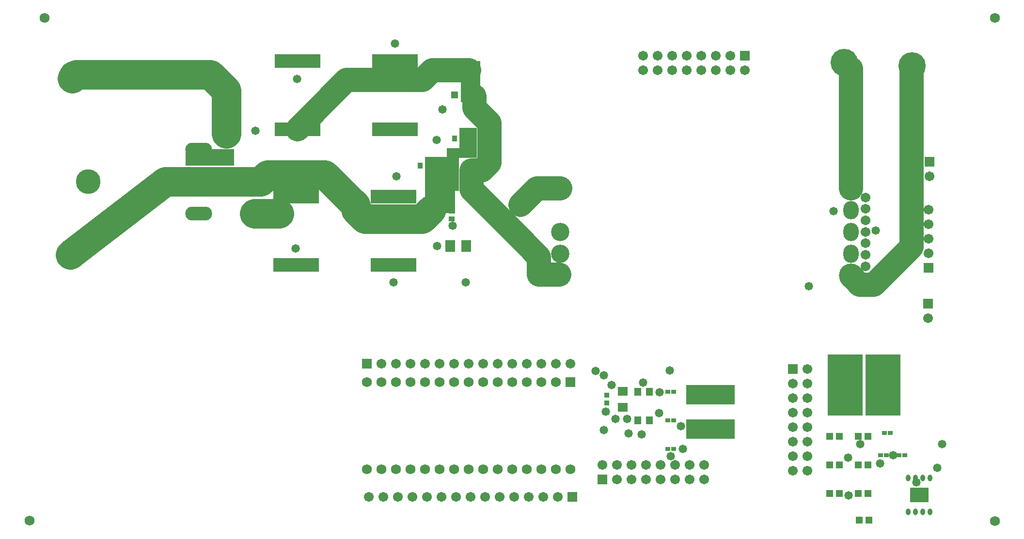
<source format=gts>
G04 Layer_Color=8388736*
%FSLAX25Y25*%
%MOIN*%
G70*
G01*
G75*
%ADD83R,0.07099X0.06312*%
%ADD84R,0.04800X0.05800*%
%ADD85R,0.31312X0.09461*%
%ADD86R,0.05131X0.04737*%
%ADD87R,0.03556X0.04343*%
%ADD88R,0.07099X0.07887*%
%ADD89R,0.04343X0.03556*%
%ADD90R,0.03300X0.02800*%
%ADD91R,0.33359X0.13398*%
%ADD92R,0.07887X0.07099*%
%ADD93R,0.24186X0.42178*%
%ADD94R,0.13005X0.10249*%
%ADD95O,0.03162X0.04540*%
%ADD96R,0.03800X0.03800*%
%ADD97C,0.16548*%
%ADD98C,0.20485*%
%ADD99R,0.33300X0.11300*%
%ADD100R,0.09300X0.06800*%
%ADD101R,0.12300X0.20800*%
%ADD102R,0.23300X0.23300*%
%ADD103R,0.20800X0.16300*%
%ADD104C,0.06800*%
%ADD105R,0.06800X0.06800*%
%ADD106C,0.06706*%
%ADD107R,0.06706X0.06706*%
%ADD108C,0.18800*%
%ADD109R,0.06706X0.06706*%
%ADD110O,0.18500X0.09650*%
%ADD111C,0.17000*%
%ADD112C,0.12611*%
%ADD113C,0.16548*%
%ADD114O,0.10642X0.12611*%
%ADD115R,0.06115X0.06115*%
%ADD116C,0.06115*%
%ADD117C,0.05800*%
%ADD118C,0.02768*%
G36*
X333302Y340397D02*
X333354Y340387D01*
X333403Y340370D01*
X333450Y340347D01*
X333494Y340318D01*
X333533Y340283D01*
X333568Y340244D01*
X333597Y340200D01*
X333620Y340153D01*
X333637Y340104D01*
X333647Y340052D01*
X333651Y340000D01*
Y312500D01*
X333647Y312448D01*
X333637Y312396D01*
X333620Y312347D01*
X333597Y312300D01*
X333568Y312256D01*
X333533Y312217D01*
X333494Y312182D01*
X333450Y312153D01*
X333403Y312130D01*
X333354Y312113D01*
X333302Y312103D01*
X333250Y312099D01*
X320750D01*
X320698Y312103D01*
X320646Y312113D01*
X320597Y312130D01*
X320550Y312153D01*
X320506Y312182D01*
X320467Y312217D01*
X320432Y312256D01*
X320403Y312300D01*
X320380Y312347D01*
X320363Y312396D01*
X320353Y312448D01*
X320349Y312500D01*
Y340000D01*
X320353Y340052D01*
X320363Y340104D01*
X320380Y340153D01*
X320403Y340200D01*
X320432Y340244D01*
X320467Y340283D01*
X320506Y340318D01*
X320550Y340347D01*
X320597Y340370D01*
X320646Y340387D01*
X320698Y340397D01*
X320750Y340401D01*
X333250D01*
X333302Y340397D01*
D02*
G37*
D83*
X431500Y101988D02*
D03*
Y113012D02*
D03*
D84*
X442067Y112756D02*
D03*
X450067D02*
D03*
X442067Y93071D02*
D03*
X450067D02*
D03*
D85*
X274004Y247004D02*
D03*
Y199996D02*
D03*
X206996Y247004D02*
D03*
Y199996D02*
D03*
X275004Y340504D02*
D03*
Y293496D02*
D03*
X207996Y340504D02*
D03*
Y293496D02*
D03*
D86*
X316154Y317000D02*
D03*
X322846D02*
D03*
X580759Y81996D02*
D03*
X574067D02*
D03*
X580759Y62311D02*
D03*
X574067D02*
D03*
X580759Y42626D02*
D03*
X574067D02*
D03*
X600444Y81996D02*
D03*
X593752D02*
D03*
X600444Y42626D02*
D03*
X593752D02*
D03*
X600444Y62311D02*
D03*
X593752D02*
D03*
X600933Y24500D02*
D03*
X594241D02*
D03*
D87*
X321059Y287000D02*
D03*
X315941D02*
D03*
X322559Y267500D02*
D03*
X317441D02*
D03*
X297559Y268500D02*
D03*
X292441D02*
D03*
D88*
X312988Y213000D02*
D03*
X324012D02*
D03*
D89*
X314000Y231941D02*
D03*
Y237059D02*
D03*
D90*
X462752Y93071D02*
D03*
X466752D02*
D03*
X462752Y112756D02*
D03*
X466752D02*
D03*
X462752Y73386D02*
D03*
X466752D02*
D03*
X615587Y84500D02*
D03*
X611587D02*
D03*
X613087Y69000D02*
D03*
X609087D02*
D03*
X625587D02*
D03*
X621587D02*
D03*
D91*
X492000Y87071D02*
D03*
Y110929D02*
D03*
D92*
X159000Y287012D02*
D03*
Y275988D02*
D03*
D93*
X610500Y117500D02*
D03*
X584673D02*
D03*
D94*
X635500Y41713D02*
D03*
D95*
X628000Y30000D02*
D03*
X633000D02*
D03*
X638000D02*
D03*
X643000D02*
D03*
X628000Y53425D02*
D03*
X633000D02*
D03*
X638000D02*
D03*
X643000D02*
D03*
D96*
X420500Y110500D02*
D03*
Y105000D02*
D03*
D97*
X630173Y212326D02*
Y337000D01*
X327693Y265100D02*
Y265126D01*
X334676D01*
X327693Y251964D02*
Y265100D01*
X588500Y252874D02*
Y277500D01*
Y335000D01*
X361222Y241564D02*
X372531Y252874D01*
X388500D01*
X374114Y193488D02*
X387886D01*
X374114D02*
Y205543D01*
X359500Y220157D02*
X374114Y205543D01*
X604399Y186551D02*
X630173Y212326D01*
X594601Y186551D02*
X604399D01*
X207996Y293496D02*
X241799Y327299D01*
X293936D01*
X300636Y334000D01*
X326000D01*
X327693Y251964D02*
X359500Y220157D01*
X329500Y308050D02*
X339874Y297676D01*
X334676Y265126D02*
X339874Y270324D01*
X329500Y308050D02*
Y316000D01*
X339874Y270324D02*
Y297676D01*
X589326Y191826D02*
X589500Y191652D01*
X594601Y186551D01*
D98*
X53699Y208696D02*
X117000Y257500D01*
X51500Y207000D02*
X53699Y208696D01*
X53000Y328500D02*
X55500Y331000D01*
X178196Y235500D02*
X195492D01*
X117000Y257500D02*
X140000D01*
X55500Y331000D02*
X148000D01*
X159000Y320000D01*
Y290343D02*
Y320000D01*
X247906Y238182D02*
X254257Y231831D01*
X226743Y262177D02*
X247906Y241015D01*
Y238182D02*
Y241015D01*
X140000Y257500D02*
X182572D01*
X187249Y262177D01*
X226743D01*
X254257Y231831D02*
X293751D01*
X300102Y238182D01*
D99*
X147750Y274250D02*
D03*
D100*
X315250Y277000D02*
D03*
D101*
X325250Y284000D02*
D03*
D102*
X307250Y262750D02*
D03*
D103*
X306000Y243750D02*
D03*
D104*
X255500Y59500D02*
D03*
X265500D02*
D03*
X285500D02*
D03*
X295500D02*
D03*
X275500D02*
D03*
X305500D02*
D03*
X315500D02*
D03*
X325500D02*
D03*
X335500D02*
D03*
X345500D02*
D03*
X355500D02*
D03*
X365500D02*
D03*
X375500D02*
D03*
X385500D02*
D03*
X255500Y119500D02*
D03*
X265500D02*
D03*
X395500Y59500D02*
D03*
X385500Y119500D02*
D03*
X375500D02*
D03*
X365500D02*
D03*
X355500D02*
D03*
X345500D02*
D03*
X335500D02*
D03*
X325500D02*
D03*
X315500D02*
D03*
X305500D02*
D03*
X295500D02*
D03*
X285500D02*
D03*
X275500D02*
D03*
X33992Y370142D02*
D03*
X687535D02*
D03*
Y23685D02*
D03*
X23500Y24000D02*
D03*
D105*
X395500Y119500D02*
D03*
D106*
X257000Y40500D02*
D03*
X267000D02*
D03*
X277000D02*
D03*
X287000D02*
D03*
X297000D02*
D03*
X307000D02*
D03*
X317000D02*
D03*
X327000D02*
D03*
X337000D02*
D03*
X347000D02*
D03*
X357000D02*
D03*
X367000D02*
D03*
X377000D02*
D03*
X387000D02*
D03*
X395500Y132000D02*
D03*
X385500D02*
D03*
X375500D02*
D03*
X365500D02*
D03*
X355500D02*
D03*
X345500D02*
D03*
X335500D02*
D03*
X325500D02*
D03*
X315500D02*
D03*
X305500D02*
D03*
X295500D02*
D03*
X285500D02*
D03*
X275500D02*
D03*
X265500D02*
D03*
X642500Y261000D02*
D03*
X641500Y163500D02*
D03*
X642000Y238000D02*
D03*
Y228000D02*
D03*
Y218000D02*
D03*
Y208000D02*
D03*
X598500Y222874D02*
D03*
Y230748D02*
D03*
Y238622D02*
D03*
Y215000D02*
D03*
Y207126D02*
D03*
Y246496D02*
D03*
Y199252D02*
D03*
X558587Y128500D02*
D03*
X548587Y118500D02*
D03*
X558587D02*
D03*
X548587Y108500D02*
D03*
X558587D02*
D03*
X548587Y98500D02*
D03*
X558587D02*
D03*
X548587Y88500D02*
D03*
X558587D02*
D03*
X548587Y78500D02*
D03*
X558587D02*
D03*
X548587Y68500D02*
D03*
X558587D02*
D03*
X548587Y58500D02*
D03*
X558587D02*
D03*
X417500Y62500D02*
D03*
X427500Y52500D02*
D03*
Y62500D02*
D03*
X437500Y52500D02*
D03*
Y62500D02*
D03*
X447500Y52500D02*
D03*
Y62500D02*
D03*
X457500Y52500D02*
D03*
Y62500D02*
D03*
X467500Y52500D02*
D03*
Y62500D02*
D03*
X477500Y52500D02*
D03*
Y62500D02*
D03*
X487500Y52500D02*
D03*
Y62500D02*
D03*
X505500Y344000D02*
D03*
X495500D02*
D03*
X485500D02*
D03*
X475500D02*
D03*
X465500D02*
D03*
X455500D02*
D03*
X445500D02*
D03*
X515500Y334000D02*
D03*
X505500D02*
D03*
X495500D02*
D03*
X485500D02*
D03*
X475500D02*
D03*
X465500D02*
D03*
X455500D02*
D03*
X445500D02*
D03*
D107*
X397000Y40500D02*
D03*
X255500Y132000D02*
D03*
X417500Y52500D02*
D03*
X515500Y344000D02*
D03*
D108*
X584000Y339500D02*
D03*
X53677Y330772D02*
D03*
Y208724D02*
D03*
X630500Y337000D02*
D03*
D109*
X642500Y271000D02*
D03*
X641500Y173500D02*
D03*
X642000Y198000D02*
D03*
X548587Y128500D02*
D03*
D110*
X140000Y235500D02*
D03*
Y257500D02*
D03*
Y279500D02*
D03*
D111*
X64000Y257500D02*
D03*
D112*
X388500Y252874D02*
D03*
Y222874D02*
D03*
Y207874D02*
D03*
Y192874D02*
D03*
D113*
X588500Y252874D02*
D03*
Y192874D02*
D03*
D114*
Y237874D02*
D03*
Y222874D02*
D03*
Y207874D02*
D03*
D115*
X359500Y239843D02*
D03*
D116*
Y220157D02*
D03*
D117*
X424000Y117500D02*
D03*
X559800Y185500D02*
D03*
X576600Y237000D02*
D03*
X413100Y127100D02*
D03*
X418500Y124000D02*
D03*
Y86500D02*
D03*
X434500Y94000D02*
D03*
X426500D02*
D03*
X435500Y84000D02*
D03*
X456500Y98000D02*
D03*
X444500Y83500D02*
D03*
X471500Y89000D02*
D03*
X473000Y73500D02*
D03*
X420000Y99000D02*
D03*
X586500Y67500D02*
D03*
X617500Y69000D02*
D03*
X608500Y63500D02*
D03*
X605700Y223900D02*
D03*
X464500Y68500D02*
D03*
X648000Y60500D02*
D03*
X587000Y41500D02*
D03*
X633500Y50500D02*
D03*
X595100Y76800D02*
D03*
X651400D02*
D03*
X206500Y211500D02*
D03*
X207500Y328000D02*
D03*
X323500Y188000D02*
D03*
X274000D02*
D03*
X179000Y292500D02*
D03*
X276000Y261000D02*
D03*
X275000Y352500D02*
D03*
X330500Y265100D02*
D03*
Y317000D02*
D03*
X303500Y286000D02*
D03*
X445500Y119000D02*
D03*
X457000Y112500D02*
D03*
X464000Y127500D02*
D03*
X314500Y227000D02*
D03*
X304000Y213000D02*
D03*
X307500Y307000D02*
D03*
D118*
X631169Y39547D02*
D03*
Y43878D02*
D03*
X635500Y39547D02*
D03*
Y43878D02*
D03*
X639831Y39547D02*
D03*
Y43878D02*
D03*
M02*

</source>
